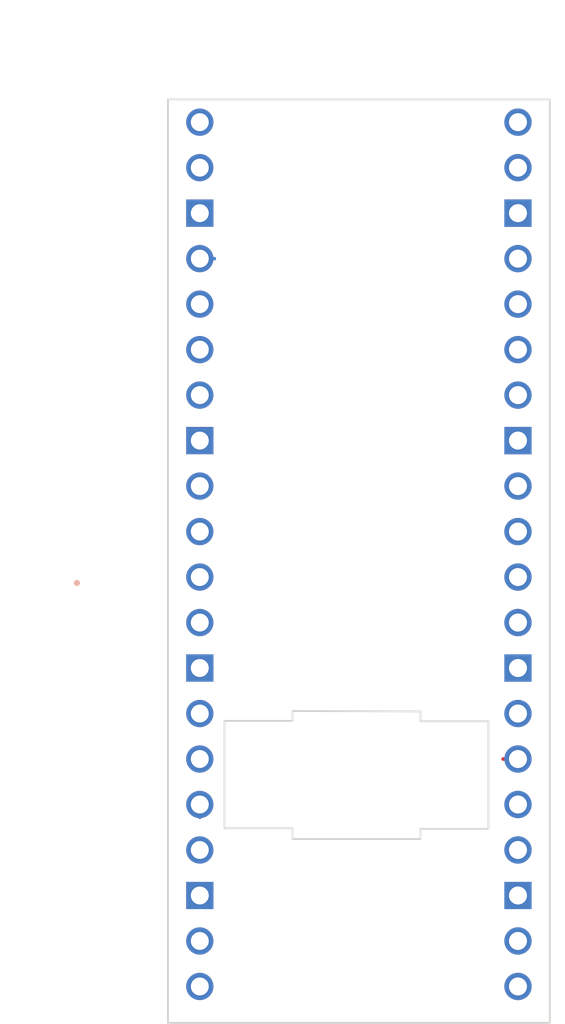
<source format=kicad_pcb>
(kicad_pcb (version 20211014) (generator pcbnew)
  (layers (0 "F.Cu" signal) (31 "B.Cu" signal) (34 "B.Paste" user) (35 "F.Paste" user) (36 "B.SilkS" user "B.Silkscreen") (37 "F.SilkS" user "F.Silkscreen") (38 "B.Mask" user) (39 "F.Mask" user) (44 "Edge.Cuts" user))
  (net 0 "")
  (net 1 "GND")
  (net 2 "4")
  (net 3 "3")
  (net 4 "2")
  (net 5 "~{RESET}")
  (net 6 "+3V3")
  (net 7 "+5V")
  (net 8 "5")
  (net 9 "6")
  (net 10 "7")
  (net 11 "27")
  (net 12 "8")
  (net 13 "9")
  (net 14 "10")
  (net 15 "11")
  (net 16 "12")
  (net 17 "13")
  (net 18 "14")
  (net 19 "15")
  (net 20 "26")
  (net 21 "22")
  (net 22 "17")
  (net 23 "16")
  (net 24 "21")
  (net 25 "20")
  (net 26 "19")
  (net 27 "18")
  (net 28 "0")
  (net 29 "1")
  (net 30 "24")
  (net 31 "28")
  (footprint "$74th:SC0915-LIKE" (layer "F.Cu") (at 127 48.26)
    (fp_text reference "P3" hide)
    (fp_text value "20Pin")
    (pad "1" thru_hole circle (at 0 -15.24) (size 1.524 1.524) (drill 1) (layers *.Cu *.Mask) (net 7 "+5V"))
    (pad "2" thru_hole circle (at 0 -12.7 180) (size 1.524 1.524) (drill 1) (layers *.Cu *.Mask) (net 7 "+5V"))
    (pad "3" thru_hole rect (at 0 -10.16) (size 1.524 1.524) (drill 1) (layers *.Cu *.Mask) (net 1 "GND"))
    (pad "4" thru_hole circle (at 0 -7.62) (size 1.524 1.524) (drill 1) (layers *.Cu *.Mask) (net 30 "24"))
    (pad "5" thru_hole circle (at 0 -5.08) (size 1.524 1.524) (drill 1) (layers *.Cu *.Mask) (net 6 "+3V3"))
    (pad "6" thru_hole circle (at 0 -2.54) (size 1.524 1.524) (drill 1) (layers *.Cu *.Mask) (net 6 "+3V3"))
    (pad "7" thru_hole circle (at 0 0) (size 1.524 1.524) (drill 1) (layers *.Cu *.Mask) (net 31 "28"))
    (pad "8" thru_hole rect (at 0 2.54) (size 1.524 1.524) (drill 1) (layers *.Cu *.Mask) (net 1 "GND"))
    (pad "9" thru_hole circle (at 0 5.08) (size 1.524 1.524) (drill 1) (layers *.Cu *.Mask) (net 11 "27"))
    (pad "10" thru_hole circle (at 0 7.62) (size 1.524 1.524) (drill 1) (layers *.Cu *.Mask) (net 20 "26"))
    (pad "11" thru_hole circle (at 0 10.16) (size 1.524 1.524) (drill 1) (layers *.Cu *.Mask) (net 5 "~{RESET}"))
    (pad "12" thru_hole circle (at 0 12.7) (size 1.524 1.524) (drill 1) (layers *.Cu *.Mask) (net 21 "22"))
    (pad "13" thru_hole rect (at 0 15.24) (size 1.524 1.524) (drill 1) (layers *.Cu *.Mask) (net 1 "GND"))
    (pad "14" thru_hole circle (at 0 17.78) (size 1.524 1.524) (drill 1) (layers *.Cu *.Mask) (net 24 "21"))
    (pad "15" thru_hole circle (at 0 20.32) (size 1.524 1.524) (drill 1) (layers *.Cu *.Mask) (net 25 "20"))
    (pad "16" thru_hole circle (at 0 22.86) (size 1.524 1.524) (drill 1) (layers *.Cu *.Mask) (net 26 "19"))
    (pad "17" thru_hole circle (at 0 25.4) (size 1.524 1.524) (drill 1) (layers *.Cu *.Mask) (net 27 "18"))
    (pad "18" thru_hole rect (at 0 27.94) (size 1.524 1.524) (drill 1) (layers *.Cu *.Mask) (net 1 "GND"))
    (pad "19" thru_hole circle (at 0 30.48) (size 1.524 1.524) (drill 1) (layers *.Cu *.Mask) (net 22 "17"))
    (pad "20" thru_hole circle (at 0 33.02) (size 1.524 1.524) (drill 1) (layers *.Cu *.Mask) (net 23 "16"))
  )
  (footprint "$74th:SC0915-LIKE" (layer "F.Cu") (at 127 48.26)
    (fp_text reference "P3" hide)
    (fp_text value "20Pin")
    (pad "1" thru_hole circle (at 0 -15.24) (size 1.524 1.524) (drill 1) (layers *.Cu *.Mask) (net 7 "+5V"))
    (pad "2" thru_hole circle (at 0 -12.7 180) (size 1.524 1.524) (drill 1) (layers *.Cu *.Mask) (net 7 "+5V"))
    (pad "3" thru_hole rect (at 0 -10.16) (size 1.524 1.524) (drill 1) (layers *.Cu *.Mask) (net 1 "GND"))
    (pad "4" thru_hole circle (at 0 -7.62) (size 1.524 1.524) (drill 1) (layers *.Cu *.Mask) (net 30 "24"))
    (pad "5" thru_hole circle (at 0 -5.08) (size 1.524 1.524) (drill 1) (layers *.Cu *.Mask) (net 6 "+3V3"))
    (pad "6" thru_hole circle (at 0 -2.54) (size 1.524 1.524) (drill 1) (layers *.Cu *.Mask) (net 6 "+3V3"))
    (pad "7" thru_hole circle (at 0 0) (size 1.524 1.524) (drill 1) (layers *.Cu *.Mask) (net 31 "28"))
    (pad "8" thru_hole rect (at 0 2.54) (size 1.524 1.524) (drill 1) (layers *.Cu *.Mask) (net 1 "GND"))
    (pad "9" thru_hole circle (at 0 5.08) (size 1.524 1.524) (drill 1) (layers *.Cu *.Mask) (net 11 "27"))
    (pad "10" thru_hole circle (at 0 7.62) (size 1.524 1.524) (drill 1) (layers *.Cu *.Mask) (net 20 "26"))
    (pad "11" thru_hole circle (at 0 10.16) (size 1.524 1.524) (drill 1) (layers *.Cu *.Mask) (net 5 "~{RESET}"))
    (pad "12" thru_hole circle (at 0 12.7) (size 1.524 1.524) (drill 1) (layers *.Cu *.Mask) (net 21 "22"))
    (pad "13" thru_hole rect (at 0 15.24) (size 1.524 1.524) (drill 1) (layers *.Cu *.Mask) (net 1 "GND"))
    (pad "14" thru_hole circle (at 0 17.78) (size 1.524 1.524) (drill 1) (layers *.Cu *.Mask) (net 24 "21"))
    (pad "15" thru_hole circle (at 0 20.32) (size 1.524 1.524) (drill 1) (layers *.Cu *.Mask) (net 25 "20"))
    (pad "16" thru_hole circle (at 0 22.86) (size 1.524 1.524) (drill 1) (layers *.Cu *.Mask) (net 26 "19"))
    (pad "17" thru_hole circle (at 0 25.4) (size 1.524 1.524) (drill 1) (layers *.Cu *.Mask) (net 27 "18"))
    (pad "18" thru_hole rect (at 0 27.94) (size 1.524 1.524) (drill 1) (layers *.Cu *.Mask) (net 1 "GND"))
    (pad "19" thru_hole circle (at 0 30.48) (size 1.524 1.524) (drill 1) (layers *.Cu *.Mask) (net 22 "17"))
    (pad "20" thru_hole circle (at 0 33.02) (size 1.524 1.524) (drill 1) (layers *.Cu *.Mask) (net 23 "16"))
  )
  (footprint "$74th:SC0915-LIKE" (layer "F.Cu") (at 109.22 48.26)
    (fp_text reference "P2" hide)
    (fp_text value "20Pin")
    (pad "1" thru_hole circle (at 0 -15.24) (size 1.524 1.524) (drill 1) (layers *.Cu *.Mask) (net 28 "0"))
    (pad "2" thru_hole circle (at 0 -12.7 180) (size 1.524 1.524) (drill 1) (layers *.Cu *.Mask) (net 29 "1"))
    (pad "3" thru_hole rect (at 0 -10.16) (size 1.524 1.524) (drill 1) (layers *.Cu *.Mask) (net 1 "GND"))
    (pad "4" thru_hole circle (at 0 -7.62) (size 1.524 1.524) (drill 1) (layers *.Cu *.Mask) (net 4 "2"))
    (pad "5" thru_hole circle (at 0 -5.08) (size 1.524 1.524) (drill 1) (layers *.Cu *.Mask) (net 3 "3"))
    (pad "6" thru_hole circle (at 0 -2.54) (size 1.524 1.524) (drill 1) (layers *.Cu *.Mask) (net 2 "4"))
    (pad "7" thru_hole circle (at 0 0) (size 1.524 1.524) (drill 1) (layers *.Cu *.Mask) (net 8 "5"))
    (pad "8" thru_hole rect (at 0 2.54) (size 1.524 1.524) (drill 1) (layers *.Cu *.Mask) (net 1 "GND"))
    (pad "9" thru_hole circle (at 0 5.08) (size 1.524 1.524) (drill 1) (layers *.Cu *.Mask) (net 9 "6"))
    (pad "10" thru_hole circle (at 0 7.62) (size 1.524 1.524) (drill 1) (layers *.Cu *.Mask) (net 10 "7"))
    (pad "11" thru_hole circle (at 0 10.16) (size 1.524 1.524) (drill 1) (layers *.Cu *.Mask) (net 12 "8"))
    (pad "12" thru_hole circle (at 0 12.7) (size 1.524 1.524) (drill 1) (layers *.Cu *.Mask) (net 13 "9"))
    (pad "13" thru_hole rect (at 0 15.24) (size 1.524 1.524) (drill 1) (layers *.Cu *.Mask) (net 1 "GND"))
    (pad "14" thru_hole circle (at 0 17.78) (size 1.524 1.524) (drill 1) (layers *.Cu *.Mask) (net 14 "10"))
    (pad "15" thru_hole circle (at 0 20.32) (size 1.524 1.524) (drill 1) (layers *.Cu *.Mask) (net 15 "11"))
    (pad "16" thru_hole circle (at 0 22.86) (size 1.524 1.524) (drill 1) (layers *.Cu *.Mask) (net 16 "12"))
    (pad "17" thru_hole circle (at 0 25.4) (size 1.524 1.524) (drill 1) (layers *.Cu *.Mask) (net 17 "13"))
    (pad "18" thru_hole rect (at 0 27.94) (size 1.524 1.524) (drill 1) (layers *.Cu *.Mask) (net 1 "GND"))
    (pad "19" thru_hole circle (at 0 30.48) (size 1.524 1.524) (drill 1) (layers *.Cu *.Mask) (net 18 "14"))
    (pad "20" thru_hole circle (at 0 33.02) (size 1.524 1.524) (drill 1) (layers *.Cu *.Mask) (net 19 "15"))
  )
  (gr_circle (center 102.352 58.748) (end 102.252 58.748) (layer "B.SilkS") (width 0.15) (fill solid))
  (gr_line (start 121.55 66.475) (end 125.35 66.475) (layer "Edge.Cuts") (width 0.1))
  (gr_line (start 128.778 81.28) (end 128.778 40.64) (layer "Edge.Cuts") (width 0.1))
  (gr_line (start 114.4 65.9) (end 121.55 65.925) (layer "Edge.Cuts") (width 0.1))
  (gr_line (start 121.55 72.475) (end 121.55 73.05) (layer "Edge.Cuts") (width 0.1))
  (gr_line (start 114.4 65.9) (end 114.4 66.45) (layer "Edge.Cuts") (width 0.1))
  (gr_line (start 128.778 83.312) (end 128.778 81.28) (layer "Edge.Cuts") (width 0.1))
  (gr_line (start 107.442 76.2) (end 107.442 83.312) (layer "Edge.Cuts") (width 0.1))
  (gr_line (start 128.778 31.75) (end 107.442 31.75) (layer "Edge.Cuts") (width 0.1))
  (gr_line (start 121.55 72.475) (end 125.35 72.475) (layer "Edge.Cuts") (width 0.1))
  (gr_line (start 114.4 73.05) (end 121.55 73.05) (layer "Edge.Cuts") (width 0.1))
  (gr_line (start 107.442 83.312) (end 128.778 83.312) (layer "Edge.Cuts") (width 0.1))
  (gr_line (start 107.442 35.56) (end 107.442 76.2) (layer "Edge.Cuts") (width 0.1))
  (gr_line (start 110.6 66.45) (end 110.6 72.45) (layer "Edge.Cuts") (width 0.1))
  (gr_line (start 110.6 72.45) (end 114.4 72.45) (layer "Edge.Cuts") (width 0.1))
  (gr_line (start 125.35 66.475) (end 125.35 72.475) (layer "Edge.Cuts") (width 0.1))
  (gr_line (start 110.6 66.45) (end 114.4 66.45) (layer "Edge.Cuts") (width 0.1))
  (gr_line (start 128.778 40.64) (end 128.778 31.75) (layer "Edge.Cuts") (width 0.1))
  (gr_line (start 114.4 72.45) (end 114.4 73.05) (layer "Edge.Cuts") (width 0.1))
  (gr_line (start 121.55 65.925) (end 121.55 66.475) (layer "Edge.Cuts") (width 0.1))
  (gr_line (start 107.442 35.56) (end 107.442 31.75) (layer "Edge.Cuts") (width 0.1))
  (segment (start 110.0328 40.64) (end 109.22 40.64) (width 0.2) (layer "B.Cu") (net 4))
  (segment (start 109.22 71.12) (end 109.22 71.8312) (width 0.2) (layer "B.Cu") (net 16))
  (segment (start 109.22 71.12) (end 109.22 71.8312) (width 0.2) (layer "B.Cu") (net 16))
  (segment (start 127 66.04) (end 127 66.25) (width 0.2) (layer "F.Cu") (net 24))
  (segment (start 126.17 68.58) (end 127 68.58) (width 0.2) (layer "F.Cu") (net 25))
)
</source>
